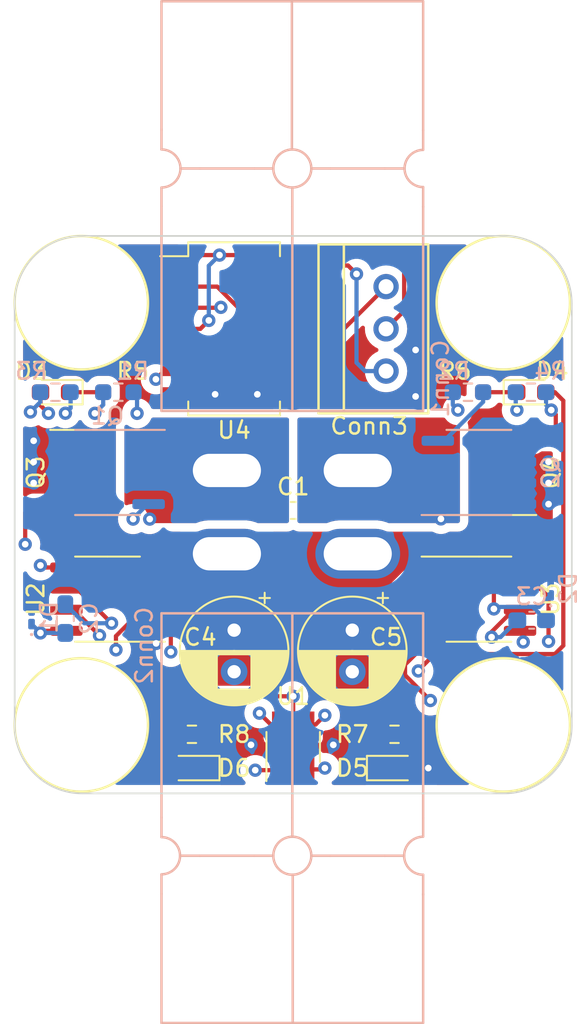
<source format=kicad_pcb>
(kicad_pcb (version 20211014) (generator pcbnew)
  (layers (0 "F.Cu" signal) (1 "In1.Cu" signal) (2 "In2.Cu" signal) (31 "B.Cu" signal) (34 "B.Paste" user) (35 "F.Paste" user) (36 "B.SilkS" user "B.Silkscreen") (37 "F.SilkS" user "F.Silkscreen") (38 "B.Mask" user) (39 "F.Mask" user) (44 "Edge.Cuts" user))
  (net 0 "")
  (net 1 "/M+")
  (net 2 "/M-")
  (net 3 "Net-(C2-Pad1)")
  (net 4 "Net-(C3-Pad1)")
  (net 5 "+12V")
  (net 6 "GND")
  (net 7 "+3V3")
  (net 8 "PWM")
  (net 9 "DIR")
  (net 10 "Net-(D3-Pad1)")
  (net 11 "/FWD")
  (net 12 "Net-(D4-Pad1)")
  (net 13 "/RVS")
  (net 14 "Net-(D5-Pad1)")
  (net 15 "Net-(D6-Pad1)")
  (net 16 "Net-(Q1-Pad4)")
  (net 17 "Net-(Q2-Pad4)")
  (net 18 "Net-(Q3-Pad4)")
  (net 19 "Net-(Q4-Pad4)")
  (net 20 "Net-(R1-Pad1)")
  (net 21 "Net-(R2-Pad2)")
  (net 22 "Net-(R3-Pad1)")
  (net 23 "Net-(R4-Pad2)")
  (net 24 "Net-(U1-Pad1)")
  (net 25 "Net-(U1-Pad3)")
  (net 26 "Net-(U4-Pad8)")
  (footprint "MRDT_Drill_Holes:4_40_Hole_Corner" (layer "F.Cu") (at 101.6 51.20526)
    (fp_text reference "V2" hide)
    (fp_text value "Via" hide)
    (pad "" np_thru_hole circle locked (at 4.00812 -4.00812) (size 2.9464 2.9464) (drill 2.9464) (layers *.Cu *.Mask) (clearance 2.5))
  )
  (footprint "Capacitor_SMD:C_0603_1608Metric_Pad1.08x0.95mm_HandSolder" (layer "F.Cu") (at 92.964 59.69)
    (fp_text reference "C1" (at 0 -1.43) (layer "F.SilkS"))
    (fp_text value "10uF")
    (pad "1" smd roundrect (at -0.8625 0) (size 1.075 0.95) (layers "F.Cu" "F.Paste" "F.Mask") (net 1 "/M+"))
    (pad "2" smd roundrect (at 0.8625 0) (size 1.075 0.95) (layers "F.Cu" "F.Paste" "F.Mask") (net 2 "/M-"))
  )
  (footprint "MRDT_Drill_Holes:4_40_Hole_Corner" (layer "F.Cu") (at 84.22018 68.58 180)
    (fp_text reference "V1" hide)
    (fp_text value "Via" hide)
    (pad "" np_thru_hole circle locked (at 4.00812 -4.00812 180) (size 2.9464 2.9464) (drill 2.9464) (layers *.Cu *.Mask) (clearance 2.5))
  )
  (footprint "MRDT_Connectors:MOLEX_SL_03_Vertical" (layer "F.Cu") (at 98.552 51.308 90)
    (fp_text reference "Conn3" (at -3.302 -1.016 180) (layer "F.SilkS"))
    (fp_text value "Molex_SL_03")
    (pad "1" thru_hole circle locked (at 0 0 90) (size 1.524 1.524) (drill 0.9) (layers *.Cu *.Mask) (net 7 "+3V3"))
    (pad "2" thru_hole circle locked (at 2.54 0 90) (size 1.524 1.524) (drill 0.9) (layers *.Cu *.Mask) (net 8 "PWM"))
    (pad "3" thru_hole circle locked (at 5.08 0 90) (size 1.524 1.524) (drill 0.9) (layers *.Cu *.Mask) (net 9 "DIR"))
  )
  (footprint "Package_SO:SOIC-8_3.9x4.9mm_P1.27mm" (layer "F.Cu") (at 104.14 65.024)
    (fp_text reference "U3" (at 4.318 0 90) (layer "F.SilkS"))
    (fp_text value "IRS2005S")
    (pad "1" smd roundrect (at -2.475 -1.905) (size 1.95 0.6) (layers "F.Cu" "F.Paste" "F.Mask") (net 5 "+12V"))
    (pad "2" smd roundrect (at -2.475 -0.635) (size 1.95 0.6) (layers "F.Cu" "F.Paste" "F.Mask") (net 13 "/RVS"))
    (pad "3" smd roundrect (at -2.475 0.635) (size 1.95 0.6) (layers "F.Cu" "F.Paste" "F.Mask") (net 25 "Net-(U1-Pad3)"))
    (pad "4" smd roundrect (at -2.475 1.905) (size 1.95 0.6) (layers "F.Cu" "F.Paste" "F.Mask") (net 6 "GND"))
    (pad "5" smd roundrect (at 2.475 1.905) (size 1.95 0.6) (layers "F.Cu" "F.Paste" "F.Mask") (net 23 "Net-(R4-Pad2)"))
    (pad "6" smd roundrect (at 2.475 0.635) (size 1.95 0.6) (layers "F.Cu" "F.Paste" "F.Mask") (net 2 "/M-"))
    (pad "7" smd roundrect (at 2.475 -0.635) (size 1.95 0.6) (layers "F.Cu" "F.Paste" "F.Mask") (net 21 "Net-(R2-Pad2)"))
    (pad "8" smd roundrect (at 2.475 -1.905) (size 1.95 0.6) (layers "F.Cu" "F.Paste" "F.Mask") (net 4 "Net-(C3-Pad1)"))
  )
  (footprint "Resistor_SMD:R_0603_1608Metric_Pad0.98x0.95mm_HandSolder" (layer "F.Cu") (at 86.868 73.152 180)
    (fp_text reference "R8" (at -2.54 0) (layer "F.SilkS"))
    (fp_text value "120")
    (pad "1" smd roundrect (at -0.9125 0 180) (size 0.975 0.95) (layers "F.Cu" "F.Paste" "F.Mask") (net 15 "Net-(D6-Pad1)"))
    (pad "2" smd roundrect (at 0.9125 0 180) (size 0.975 0.95) (layers "F.Cu" "F.Paste" "F.Mask") (net 6 "GND"))
  )
  (footprint "LED_SMD:LED_0603_1608Metric_Pad1.05x0.95mm_HandSolder" (layer "F.Cu") (at 86.868 75.184 180)
    (fp_text reference "D6" (at -2.54 0) (layer "F.SilkS"))
    (fp_text value "Green")
    (pad "1" smd roundrect (at -0.875 0 180) (size 1.05 0.95) (layers "F.Cu" "F.Paste" "F.Mask") (net 15 "Net-(D6-Pad1)"))
    (pad "2" smd roundrect (at 0.875 0 180) (size 1.05 0.95) (layers "F.Cu" "F.Paste" "F.Mask") (net 7 "+3V3"))
  )
  (footprint "Capacitor_THT:CP_Radial_D6.3mm_P2.50mm" (layer "F.Cu") (at 96.52 66.889621 -90)
    (fp_text reference "C5" (at 0.420379 -2.032 180) (layer "F.SilkS"))
    (fp_text value "220uF")
    (pad "1" thru_hole rect (at 0 0 270) (size 1.6 1.6) (drill 0.8) (layers *.Cu *.Mask) (net 5 "+12V"))
    (pad "2" thru_hole circle (at 2.5 0 270) (size 1.6 1.6) (drill 0.8) (layers *.Cu *.Mask) (net 6 "GND"))
  )
  (footprint "LED_SMD:LED_0603_1608Metric_Pad1.05x0.95mm_HandSolder" (layer "F.Cu") (at 107.2915 52.578)
    (fp_text reference "D4" (at 1.27 -1.27) (layer "F.SilkS"))
    (fp_text value "Orange")
    (pad "1" smd roundrect (at -0.875 0) (size 1.05 0.95) (layers "F.Cu" "F.Paste" "F.Mask") (net 12 "Net-(D4-Pad1)"))
    (pad "2" smd roundrect (at 0.875 0) (size 1.05 0.95) (layers "F.Cu" "F.Paste" "F.Mask") (net 13 "/RVS"))
  )
  (footprint "Package_SO:SOIC-8_3.9x4.9mm_P1.27mm" (layer "F.Cu") (at 104.14 57.404 180)
    (fp_text reference "Q4" (at -4.318 0 270) (layer "F.SilkS"))
    (fp_text value "SI4156DY")
    (pad "1" smd roundrect (at -2.475 -1.905 180) (size 1.95 0.6) (layers "F.Cu" "F.Paste" "F.Mask") (net 6 "GND"))
    (pad "2" smd roundrect (at -2.475 -0.635 180) (size 1.95 0.6) (layers "F.Cu" "F.Paste" "F.Mask") (net 6 "GND"))
    (pad "3" smd roundrect (at -2.475 0.635 180) (size 1.95 0.6) (layers "F.Cu" "F.Paste" "F.Mask") (net 6 "GND"))
    (pad "4" smd roundrect (at -2.475 1.905 180) (size 1.95 0.6) (layers "F.Cu" "F.Paste" "F.Mask") (net 19 "Net-(Q4-Pad4)"))
    (pad "5" smd roundrect (at 2.475 1.905 180) (size 1.95 0.6) (layers "F.Cu" "F.Paste" "F.Mask") (net 2 "/M-"))
    (pad "6" smd roundrect (at 2.475 0.635 180) (size 1.95 0.6) (layers "F.Cu" "F.Paste" "F.Mask") (net 2 "/M-"))
    (pad "7" smd roundrect (at 2.475 -0.635 180) (size 1.95 0.6) (layers "F.Cu" "F.Paste" "F.Mask") (net 2 "/M-"))
    (pad "8" smd roundrect (at 2.475 -1.905 180) (size 1.95 0.6) (layers "F.Cu" "F.Paste" "F.Mask") (net 2 "/M-"))
  )
  (footprint "Package_SO:SO-14_5.3x10.2mm_P1.27mm" (layer "F.Cu") (at 89.408 48.768)
    (fp_text reference "U4" (at 0 6.096) (layer "F.SilkS"))
    (fp_text value "74HC00")
    (pad "1" smd roundrect (at -3.4625 -3.81) (size 1.975 0.6) (layers "F.Cu" "F.Paste" "F.Mask") (net 8 "PWM"))
    (pad "2" smd roundrect (at -3.4625 -2.54) (size 1.975 0.6) (layers "F.Cu" "F.Paste" "F.Mask") (net 9 "DIR"))
    (pad "3" smd roundrect (at -3.4625 -1.27) (size 1.975 0.6) (layers "F.Cu" "F.Paste" "F.Mask") (net 25 "Net-(U1-Pad3)"))
    (pad "4" smd roundrect (at -3.4625 0) (size 1.975 0.6) (layers "F.Cu" "F.Paste" "F.Mask") (net 8 "PWM"))
    (pad "5" smd roundrect (at -3.4625 1.27) (size 1.975 0.6) (layers "F.Cu" "F.Paste" "F.Mask") (net 26 "Net-(U4-Pad8)"))
    (pad "6" smd roundrect (at -3.4625 2.54) (size 1.975 0.6) (layers "F.Cu" "F.Paste" "F.Mask") (net 24 "Net-(U1-Pad1)"))
    (pad "7" smd roundrect (at -3.4625 3.81) (size 1.975 0.6) (layers "F.Cu" "F.Paste" "F.Mask") (net 6 "GND"))
    (pad "8" smd roundrect (at 3.4625 3.81) (size 1.975 0.6) (layers "F.Cu" "F.Paste" "F.Mask") (net 26 "Net-(U4-Pad8)"))
    (pad "9" smd roundrect (at 3.4625 2.54) (size 1.975 0.6) (layers "F.Cu" "F.Paste" "F.Mask") (net 9 "DIR"))
    (pad "10" smd roundrect (at 3.4625 1.27) (size 1.975 0.6) (layers "F.Cu" "F.Paste" "F.Mask") (net 9 "DIR"))
    (pad "11" smd roundrect (at 3.4625 0) (size 1.975 0.6) (layers "F.Cu" "F.Paste" "F.Mask"))
    (pad "12" smd roundrect (at 3.4625 -1.27) (size 1.975 0.6) (layers "F.Cu" "F.Paste" "F.Mask"))
    (pad "13" smd roundrect (at 3.4625 -2.54) (size 1.975 0.6) (layers "F.Cu" "F.Paste" "F.Mask"))
    (pad "14" smd roundrect (at 3.4625 -3.81) (size 1.975 0.6) (layers "F.Cu" "F.Paste" "F.Mask") (net 7 "+3V3"))
  )
  (footprint "Resistor_SMD:R_0603_1608Metric_Pad0.98x0.95mm_HandSolder" (layer "F.Cu") (at 103.4815 52.578 180)
    (fp_text reference "R6" (at 0.762 1.27) (layer "F.SilkS"))
    (fp_text value "120")
    (pad "1" smd roundrect (at -0.9125 0 180) (size 0.975 0.95) (layers "F.Cu" "F.Paste" "F.Mask") (net 12 "Net-(D4-Pad1)"))
    (pad "2" smd roundrect (at 0.9125 0 180) (size 0.975 0.95) (layers "F.Cu" "F.Paste" "F.Mask") (net 6 "GND"))
  )
  (footprint "LED_SMD:LED_0603_1608Metric_Pad1.05x0.95mm_HandSolder" (layer "F.Cu") (at 78.63175 52.578 180)
    (fp_text reference "D3" (at 1.41575 1.27) (layer "F.SilkS"))
    (fp_text value "Orange")
    (pad "1" smd roundrect (at -0.875 0 180) (size 1.05 0.95) (layers "F.Cu" "F.Paste" "F.Mask") (net 10 "Net-(D3-Pad1)"))
    (pad "2" smd roundrect (at 0.875 0 180) (size 1.05 0.95) (layers "F.Cu" "F.Paste" "F.Mask") (net 11 "/FWD"))
  )
  (footprint "MRDT_Drill_Holes:4_40_Hole_Corner" (layer "F.Cu") (at 84.22018 51.20526 90)
    (fp_text reference "V4" hide)
    (fp_text value "Via" hide)
    (pad "" np_thru_hole circle locked (at 4.00812 -4.00812 90) (size 2.9464 2.9464) (drill 2.9464) (layers *.Cu *.Mask) (clearance 2.5))
  )
  (footprint "MRDT_Drill_Holes:4_40_Hole_Corner" (layer "F.Cu") (at 101.6 68.58 -90)
    (fp_text reference "V3" hide)
    (fp_text value "Via" hide)
    (pad "" np_thru_hole circle locked (at 4.00812 -4.00812 270) (size 2.9464 2.9464) (drill 2.9464) (layers *.Cu *.Mask) (clearance 2.5))
  )
  (footprint "Package_SO:SOIC-8_3.9x4.9mm_P1.27mm" (layer "F.Cu") (at 81.788 65.024 180)
    (fp_text reference "U2" (at 4.318 0 90) (layer "F.SilkS"))
    (fp_text value "IRS2005S")
    (pad "1" smd roundrect (at -2.475 -1.905 180) (size 1.95 0.6) (layers "F.Cu" "F.Paste" "F.Mask") (net 5 "+12V"))
    (pad "2" smd roundrect (at -2.475 -0.635 180) (size 1.95 0.6) (layers "F.Cu" "F.Paste" "F.Mask") (net 11 "/FWD"))
    (pad "3" smd roundrect (at -2.475 0.635 180) (size 1.95 0.6) (layers "F.Cu" "F.Paste" "F.Mask") (net 24 "Net-(U1-Pad1)"))
    (pad "4" smd roundrect (at -2.475 1.905 180) (size 1.95 0.6) (layers "F.Cu" "F.Paste" "F.Mask") (net 6 "GND"))
    (pad "5" smd roundrect (at 2.475 1.905 180) (size 1.95 0.6) (layers "F.Cu" "F.Paste" "F.Mask") (net 22 "Net-(R3-Pad1)"))
    (pad "6" smd roundrect (at 2.475 0.635 180) (size 1.95 0.6) (layers "F.Cu" "F.Paste" "F.Mask") (net 1 "/M+"))
    (pad "7" smd roundrect (at 2.475 -0.635 180) (size 1.95 0.6) (layers "F.Cu" "F.Paste" "F.Mask") (net 20 "Net-(R1-Pad1)"))
    (pad "8" smd roundrect (at 2.475 -1.905 180) (size 1.95 0.6) (layers "F.Cu" "F.Paste" "F.Mask") (net 3 "Net-(C2-Pad1)"))
  )
  (footprint "Resistor_SMD:R_0603_1608Metric_Pad0.98x0.95mm_HandSolder" (layer "F.Cu") (at 82.44175 52.578)
    (fp_text reference "R5" (at 0.87025 -1.27) (layer "F.SilkS"))
    (fp_text value "120")
    (pad "1" smd roundrect (at -0.9125 0) (size 0.975 0.95) (layers "F.Cu" "F.Paste" "F.Mask") (net 10 "Net-(D3-Pad1)"))
    (pad "2" smd roundrect (at 0.9125 0) (size 0.975 0.95) (layers "F.Cu" "F.Paste" "F.Mask") (net 6 "GND"))
  )
  (footprint "Resistor_SMD:R_0603_1608Metric_Pad0.98x0.95mm_HandSolder" (layer "F.Cu") (at 99.06 73.152)
    (fp_text reference "R7" (at -2.54 0) (layer "F.SilkS"))
    (fp_text value "1K")
    (pad "1" smd roundrect (at -0.9125 0) (size 0.975 0.95) (layers "F.Cu" "F.Paste" "F.Mask") (net 14 "Net-(D5-Pad1)"))
    (pad "2" smd roundrect (at 0.9125 0) (size 0.975 0.95) (layers "F.Cu" "F.Paste" "F.Mask") (net 6 "GND"))
  )
  (footprint "Package_SO:SOIC-8_3.9x4.9mm_P1.27mm" (layer "F.Cu") (at 81.788 57.404)
    (fp_text reference "Q3" (at -4.318 0 90) (layer "F.SilkS"))
    (fp_text value "SI4156DY")
    (pad "1" smd roundrect (at -2.475 -1.905) (size 1.95 0.6) (layers "F.Cu" "F.Paste" "F.Mask") (net 6 "GND"))
    (pad "2" smd roundrect (at -2.475 -0.635) (size 1.95 0.6) (layers "F.Cu" "F.Paste" "F.Mask") (net 6 "GND"))
    (pad "3" smd roundrect (at -2.475 0.635) (size 1.95 0.6) (layers "F.Cu" "F.Paste" "F.Mask") (net 6 "GND"))
    (pad "4" smd roundrect (at -2.475 1.905) (size 1.95 0.6) (layers "F.Cu" "F.Paste" "F.Mask") (net 18 "Net-(Q3-Pad4)"))
    (pad "5" smd roundrect (at 2.475 1.905) (size 1.95 0.6) (layers "F.Cu" "F.Paste" "F.Mask") (net 1 "/M+"))
    (pad "6" smd roundrect (at 2.475 0.635) (size 1.95 0.6) (layers "F.Cu" "F.Paste" "F.Mask") (net 1 "/M+"))
    (pad "7" smd roundrect (at 2.475 -0.635) (size 1.95 0.6) (layers "F.Cu" "F.Paste" "F.Mask") (net 1 "/M+"))
    (pad "8" smd roundrect (at 2.475 -1.905) (size 1.95 0.6) (layers "F.Cu" "F.Paste" "F.Mask") (net 1 "/M+"))
  )
  (footprint "Package_TO_SOT_SMD:SOT-23-6_Handsoldering" (layer "F.Cu") (at 92.964 73.914 90)
    (fp_text reference "U1" (at 3.048 0 180) (layer "F.SilkS"))
    (fp_text value "74LVC2G04")
    (pad "1" smd rect (at -1.35 -0.95 90) (size 1.56 0.65) (layers "F.Cu" "F.Paste" "F.Mask") (net 24 "Net-(U1-Pad1)"))
    (pad "2" smd rect (at -1.35 0 90) (size 1.56 0.65) (layers "F.Cu" "F.Paste" "F.Mask") (net 6 "GND"))
    (pad "3" smd rect (at -1.35 0.95 90) (size 1.56 0.65) (layers "F.Cu" "F.Paste" "F.Mask") (net 25 "Net-(U1-Pad3)"))
    (pad "4" smd rect (at 1.35 0.95 90) (size 1.56 0.65) (layers "F.Cu" "F.Paste" "F.Mask") (net 13 "/RVS"))
    (pad "5" smd rect (at 1.35 0 90) (size 1.56 0.65) (layers "F.Cu" "F.Paste" "F.Mask") (net 7 "+3V3"))
    (pad "6" smd rect (at 1.35 -0.95 90) (size 1.56 0.65) (layers "F.Cu" "F.Paste" "F.Mask") (net 11 "/FWD"))
  )
  (footprint "LED_SMD:LED_0603_1608Metric_Pad1.05x0.95mm_HandSolder" (layer "F.Cu") (at 99.06 75.184)
    (fp_text reference "D5" (at -2.54 0) (layer "F.SilkS"))
    (fp_text value "Green")
    (pad "1" smd roundrect (at -0.875 0) (size 1.05 0.95) (layers "F.Cu" "F.Paste" "F.Mask") (net 14 "Net-(D5-Pad1)"))
    (pad "2" smd roundrect (at 0.875 0) (size 1.05 0.95) (layers "F.Cu" "F.Paste" "F.Mask") (net 5 "+12V"))
  )
  (footprint "Capacitor_THT:CP_Radial_D6.3mm_P2.50mm" (layer "F.Cu") (at 89.408 66.889621 -90)
    (fp_text reference "C4" (at 0.420379 2.032 -180) (layer "F.SilkS"))
    (fp_text value "220uF")
    (pad "1" thru_hole rect (at 0 0 270) (size 1.6 1.6) (drill 0.8) (layers *.Cu *.Mask) (net 5 "+12V"))
    (pad "2" thru_hole circle (at 2.5 0 270) (size 1.6 1.6) (drill 0.8) (layers *.Cu *.Mask) (net 6 "GND"))
  )
  (footprint "Resistor_SMD:R_0603_1608Metric_Pad0.98x0.95mm_HandSolder" (layer "B.Cu") (at 107.269 52.578 180)
    (fp_text reference "R4" (at -1.189 1.27) (layer "B.SilkS") (effects (justify mirror)))
    (fp_text value "100")
    (pad "1" smd roundrect (at -0.9125 0 180) (size 0.975 0.95) (layers "B.Cu" "B.Paste" "B.Mask") (net 19 "Net-(Q4-Pad4)"))
    (pad "2" smd roundrect (at 0.9125 0 180) (size 0.975 0.95) (layers "B.Cu" "B.Paste" "B.Mask") (net 23 "Net-(R4-Pad2)"))
  )
  (footprint "Resistor_SMD:R_0603_1608Metric_Pad0.98x0.95mm_HandSolder" (layer "B.Cu") (at 78.65425 52.578 180)
    (fp_text reference "R3" (at 1.43825 1.27) (layer "B.SilkS") (effects (justify mirror)))
    (fp_text value "100")
    (pad "1" smd roundrect (at -0.9125 0 180) (size 0.975 0.95) (layers "B.Cu" "B.Paste" "B.Mask") (net 22 "Net-(R3-Pad1)"))
    (pad "2" smd roundrect (at 0.9125 0 180) (size 0.975 0.95) (layers "B.Cu" "B.Paste" "B.Mask") (net 18 "Net-(Q3-Pad4)"))
  )
  (footprint "Capacitor_SMD:C_0603_1608Metric_Pad1.08x0.95mm_HandSolder" (layer "B.Cu") (at 107.315 66.294 180)
    (fp_text reference "C3" (at 0 1.43) (layer "B.SilkS") (effects (justify mirror)))
    (fp_text value "1uF")
    (pad "1" smd roundrect (at -0.8625 0 180) (size 1.075 0.95) (layers "B.Cu" "B.Paste" "B.Mask") (net 4 "Net-(C3-Pad1)"))
    (pad "2" smd roundrect (at 0.8625 0 180) (size 1.075 0.95) (layers "B.Cu" "B.Paste" "B.Mask") (net 2 "/M-"))
  )
  (footprint "Capacitor_SMD:C_0603_1608Metric_Pad1.08x0.95mm_HandSolder" (layer "B.Cu") (at 79.248 66.1935 90)
    (fp_text reference "C2" (at 0 1.43 90) (layer "B.SilkS") (effects (justify mirror)))
    (fp_text value "1uF")
    (pad "1" smd roundrect (at -0.8625 0 90) (size 1.075 0.95) (layers "B.Cu" "B.Paste" "B.Mask") (net 3 "Net-(C2-Pad1)"))
    (pad "2" smd roundrect (at 0.8625 0 90) (size 1.075 0.95) (layers "B.Cu" "B.Paste" "B.Mask") (net 1 "/M+"))
  )
  (footprint "Resistor_SMD:R_0603_1608Metric_Pad0.98x0.95mm_HandSolder" (layer "B.Cu") (at 103.4815 52.578 180)
    (fp_text reference "R2" (at 0.8655 1.27) (layer "B.SilkS") (effects (justify mirror)))
    (fp_text value "100")
    (pad "1" smd roundrect (at -0.9125 0 180) (size 0.975 0.95) (layers "B.Cu" "B.Paste" "B.Mask") (net 17 "Net-(Q2-Pad4)"))
    (pad "2" smd roundrect (at 0.9125 0 180) (size 0.975 0.95) (layers "B.Cu" "B.Paste" "B.Mask") (net 21 "Net-(R2-Pad2)"))
  )
  (footprint "Package_SO:SOIC-8_3.9x4.9mm_P1.27mm" (layer "B.Cu") (at 81.788 57.404 180)
    (fp_text reference "Q1" (at 0 3.4) (layer "B.SilkS") (effects (justify mirror)))
    (fp_text value "SI4156DY")
    (pad "1" smd roundrect (at -2.475 1.905 180) (size 1.95 0.6) (layers "B.Cu" "B.Paste" "B.Mask") (net 1 "/M+"))
    (pad "2" smd roundrect (at -2.475 0.635 180) (size 1.95 0.6) (layers "B.Cu" "B.Paste" "B.Mask") (net 1 "/M+"))
    (pad "3" smd roundrect (at -2.475 -0.635 180) (size 1.95 0.6) (layers "B.Cu" "B.Paste" "B.Mask") (net 1 "/M+"))
    (pad "4" smd roundrect (at -2.475 -1.905 180) (size 1.95 0.6) (layers "B.Cu" "B.Paste" "B.Mask") (net 16 "Net-(Q1-Pad4)"))
    (pad "5" smd roundrect (at 2.475 -1.905 180) (size 1.95 0.6) (layers "B.Cu" "B.Paste" "B.Mask") (net 5 "+12V"))
    (pad "6" smd roundrect (at 2.475 -0.635 180) (size 1.95 0.6) (layers "B.Cu" "B.Paste" "B.Mask") (net 5 "+12V"))
    (pad "7" smd roundrect (at 2.475 0.635 180) (size 1.95 0.6) (layers "B.Cu" "B.Paste" "B.Mask") (net 5 "+12V"))
    (pad "8" smd roundrect (at 2.475 1.905 180) (size 1.95 0.6) (layers "B.Cu" "B.Paste" "B.Mask") (net 5 "+12V"))
  )
  (footprint "Resistor_SMD:R_0603_1608Metric_Pad0.98x0.95mm_HandSolder" (layer "B.Cu") (at 82.44175 52.578 180)
    (fp_text reference "R1" (at -0.87025 1.27) (layer "B.SilkS") (effects (justify mirror)))
    (fp_text value "100")
    (pad "1" smd roundrect (at -0.9125 0 180) (size 0.975 0.95) (layers "B.Cu" "B.Paste" "B.Mask") (net 20 "Net-(R1-Pad1)"))
    (pad "2" smd roundrect (at 0.9125 0 180) (size 0.975 0.95) (layers "B.Cu" "B.Paste" "B.Mask") (net 16 "Net-(Q1-Pad4)"))
  )
  (footprint "MRDT_Connectors:Square_Anderson_2_H_Side_By_Side" (layer "B.Cu") (at 97.39709 61.9202 90)
    (fp_text reference "Conn2" (at -5.9 -13.4 90) (layer "B.SilkS") (effects (justify mirror)))
    (fp_text value "AndersonPP")
    (pad "1" thru_hole oval locked (at -0.3746 -0.55 90) (size 3 5.1) (drill oval 2 4.1) (layers *.Cu *.Mask "B.Paste") (net 6 "GND"))
    (pad "2" thru_hole oval locked (at -0.3746 -8.424 90) (size 3 5.1) (drill oval 2 4.1) (layers *.Cu *.Mask "B.Paste") (net 5 "+12V"))
  )
  (footprint "Package_SO:SOIC-8_3.9x4.9mm_P1.27mm" (layer "B.Cu") (at 104.14 57.404)
    (fp_text reference "Q2" (at 4.318 0 90) (layer "B.SilkS") (effects (justify mirror)))
    (fp_text value "SI4156DY")
    (pad "1" smd roundrect (at -2.475 1.905) (size 1.95 0.6) (layers "B.Cu" "B.Paste" "B.Mask") (net 2 "/M-"))
    (pad "2" smd roundrect (at -2.475 0.635) (size 1.95 0.6) (layers "B.Cu" "B.Paste" "B.Mask") (net 2 "/M-"))
    (pad "3" smd roundrect (at -2.475 -0.635) (size 1.95 0.6) (layers "B.Cu" "B.Paste" "B.Mask") (net 2 "/M-"))
    (pad "4" smd roundrect (at -2.475 -1.905) (size 1.95 0.6) (layers "B.Cu" "B.Paste" "B.Mask") (net 17 "Net-(Q2-Pad4)"))
    (pad "5" smd roundrect (at 2.475 -1.905) (size 1.95 0.6) (layers "B.Cu" "B.Paste" "B.Mask") (net 5 "+12V"))
    (pad "6" smd roundrect (at 2.475 -0.635) (size 1.95 0.6) (layers "B.Cu" "B.Paste" "B.Mask") (net 5 "+12V"))
    (pad "7" smd roundrect (at 2.475 0.635) (size 1.95 0.6) (layers "B.Cu" "B.Paste" "B.Mask") (net 5 "+12V"))
    (pad "8" smd roundrect (at 2.475 1.905) (size 1.95 0.6) (layers "B.Cu" "B.Paste" "B.Mask") (net 5 "+12V"))
  )
  (footprint "Diode_SMD:D_0201_0603Metric_Pad0.64x0.40mm_HandSolder" (layer "B.Cu") (at 108.458 64.389 90)
    (fp_text reference "D2" (at 0 1.05 90) (layer "B.SilkS") (effects (justify mirror)))
    (fp_text value "SD0603S04")
    (pad "1" smd roundrect (at -0.4075 0 90) (size 0.635 0.4) (layers "B.Cu" "B.Mask") (net 4 "Net-(C3-Pad1)"))
    (pad "2" smd roundrect (at 0.4075 0 90) (size 0.635 0.4) (layers "B.Cu" "B.Mask") (net 5 "+12V"))
  )
  (footprint "Diode_SMD:D_0201_0603Metric_Pad0.64x0.40mm_HandSolder" (layer "B.Cu") (at 77.216 66.1155 90)
    (fp_text reference "D1" (at 0 1.05 90) (layer "B.SilkS") (effects (justify mirror)))
    (fp_text value "SD0603S04")
    (pad "1" smd roundrect (at -0.4075 0 90) (size 0.635 0.4) (layers "B.Cu" "B.Mask") (net 3 "Net-(C2-Pad1)"))
    (pad "2" smd roundrect (at 0.4075 0 90) (size 0.635 0.4) (layers "B.Cu" "B.Mask") (net 5 "+12V"))
  )
  (footprint "MRDT_Connectors:Square_Anderson_2_H_Side_By_Side" (layer "B.Cu") (at 88.42309 57.658 -90)
    (fp_text reference "Conn1" (at -5.9 -13.4 90) (layer "B.SilkS") (effects (justify mirror)))
    (fp_text value "AndersonPP")
    (pad "1" thru_hole oval locked (at -0.3746 -0.55 270) (size 3 5.1) (drill oval 2 4.1) (layers *.Cu *.Mask "B.Paste") (net 1 "/M+"))
    (pad "2" thru_hole oval locked (at -0.3746 -8.424 270) (size 3 5.1) (drill oval 2 4.1) (layers *.Cu *.Mask "B.Paste") (net 2 "/M-"))
  )
  (gr_arc (start 109.728 72.644) (mid 108.537682 75.517682) (end 105.664 76.708) (layer "Edge.Cuts") (width 0.1))
  (gr_arc (start 80.264 76.708) (mid 77.390318 75.517682) (end 76.2 72.644) (layer "Edge.Cuts") (width 0.1))
  (gr_line (start 80.264 43.18) (end 105.664 43.18) (layer "Edge.Cuts") (width 0.1))
  (gr_line (start 76.2 72.644) (end 76.2 47.244) (layer "Edge.Cuts") (width 0.1))
  (gr_line (start 105.664 76.708) (end 80.264 76.708) (layer "Edge.Cuts") (width 0.1))
  (gr_arc (start 76.2 47.244) (mid 77.390318 44.370318) (end 80.264 43.18) (layer "Edge.Cuts") (width 0.1))
  (gr_line (start 109.728 47.244) (end 109.728 72.644) (layer "Edge.Cuts") (width 0.1))
  (gr_arc (start 105.664 43.18) (mid 108.537682 44.370318) (end 109.728 47.244) (layer "Edge.Cuts") (width 0.1))
  (segment (start 84.328 60.2085) (end 84.328 59.374) (width 0.254) (layer "F.Cu") (net 1))
  (segment (start 79.313 64.389) (end 79.947573 64.389) (width 0.254) (layer "F.Cu") (net 1))
  (segment (start 79.947573 64.389) (end 82.032496 66.473923) (width 0.254) (layer "F.Cu") (net 1))
  (segment (start 84.328 59.374) (end 84.263 59.309) (width 0.254) (layer "F.Cu") (net 1))
  (via (at 82.032496 66.473923) (size 0.8) (drill 0.4) (layers "F.Cu" "B.Cu") (net 1))
  (via (at 84.328 60.2085) (size 0.8) (drill 0.4) (layers "F.Cu" "B.Cu") (net 1))
  (segment (start 79.248 65.331) (end 80.390923 66.473923) (width 0.254) (layer "B.Cu") (net 1))
  (segment (start 80.390923 66.473923) (end 82.032496 66.473923) (width 0.254) (layer "B.Cu") (net 1))
  (segment (start 79.248 65.331) (end 79.5405 65.331) (width 0.254) (layer "B.Cu") (net 1))
  (segment (start 101.665 59.309) (end 101.665 60.009) (width 0.254) (layer "F.Cu") (net 2))
  (segment (start 106.615 65.659) (end 105.857769 65.659) (width 0.254) (layer "F.Cu") (net 2))
  (segment (start 106.23542 65.659) (end 104.902 66.99242) (width 0.254) (layer "F.Cu") (net 2))
  (segment (start 101.665 60.009) (end 101.854 60.198) (width 0.254) (layer "F.Cu") (net 2))
  (segment (start 106.615 65.659) (end 106.23542 65.659) (width 0.254) (layer "F.Cu") (net 2))
  (segment (start 104.902 66.99242) (end 104.902 67.31) (width 0.254) (layer "F.Cu") (net 2))
  (via (at 104.902 67.31) (size 0.8) (drill 0.4) (layers "F.Cu" "B.Cu") (net 2))
  (via (at 101.854 60.198) (size 0.8) (drill 0.4) (layers "F.Cu" "B.Cu") (net 2))
  (segment (start 105.4365 67.31) (end 106.4525 66.294) (width 0.254) (layer "B.Cu") (net 2))
  (segment (start 104.902 67.31) (end 105.4365 67.31) (width 0.254) (layer "B.Cu") (net 2))
  (segment (start 77.876 66.929) (end 77.749 67.056) (width 0.254) (layer "F.Cu") (net 3))
  (segment (start 79.313 66.929) (end 77.876 66.929) (width 0.254) (layer "F.Cu") (net 3))
  (via (at 77.749 67.056) (size 0.8) (drill 0.4) (layers "F.Cu" "B.Cu") (net 3))
  (segment (start 79.248 67.056) (end 77.749 67.056) (width 0.254) (layer "B.Cu") (net 3))
  (segment (start 77.749 67.056) (end 77.216 66.523) (width 0.254) (layer "B.Cu") (net 3))
  (segment (start 106.615 63.119) (end 107.368 63.119) (width 0.254) (layer "F.Cu") (net 4))
  (segment (start 105.0405 64.31392) (end 105.0405 65.61142) (width 0.254) (layer "F.Cu") (net 4))
  (segment (start 106.23542 63.119) (end 105.0405 64.31392) (width 0.254) (layer "F.Cu") (net 4))
  (segment (start 106.615 63.119) (end 106.23542 63.119) (width 0.254) (layer "F.Cu") (net 4))
  (segment (start 106.615 63.119) (end 107.281099 63.119) (width 0.254) (layer "F.Cu") (net 4))
  (via (at 105.0405 65.61142) (size 0.8) (drill 0.4) (layers "F.Cu" "B.Cu") (net 4))
  (segment (start 105.15992 65.492) (end 107.3755 65.492) (width 0.254) (layer "B.Cu") (net 4))
  (segment (start 107.788324 66.294) (end 108.1775 66.294) (width 0.254) (layer "B.Cu") (net 4))
  (segment (start 107.7625 65.492) (end 108.458 64.7965) (width 0.254) (layer "B.Cu") (net 4))
  (segment (start 107.3755 65.492) (end 108.1775 66.294) (width 0.254) (layer "B.Cu") (net 4))
  (segment (start 107.3755 65.492) (end 107.7625 65.492) (width 0.254) (layer "B.Cu") (net 4))
  (segment (start 105.0405 65.61142) (end 105.15992 65.492) (width 0.254) (layer "B.Cu") (net 4))
  (segment (start 84.263 67.233572) (end 84.714714 67.685286) (width 0.254) (layer "F.Cu") (net 5))
  (segment (start 99.935 75.184) (end 101.092 75.184) (width 0.254) (layer "F.Cu") (net 5))
  (segment (start 101.665 63.119) (end 100.711 63.119) (width 0.254) (layer "F.Cu") (net 5))
  (segment (start 96.940379 66.889621) (end 96.52 66.889621) (width 0.254) (layer "F.Cu") (net 5))
  (segment (start 100.711 63.119) (end 96.940379 66.889621) (width 0.254) (layer "F.Cu") (net 5))
  (segment (start 84.263 66.929) (end 84.263 67.233572) (width 0.254) (layer "F.Cu") (net 5))
  (via (at 101.092 75.184) (size 0.8) (drill 0.4) (layers "F.Cu" "B.Cu") (net 5))
  (via (at 84.714714 67.685286) (size 0.8) (drill 0.4) (layers "F.Cu" "B.Cu") (net 5))
  (segment (start 92.964 75.264) (end 92.964 74.23) (width 0.254) (layer "F.Cu") (net 6))
  (segment (start 92.964 74.23) (end 92.521 73.787) (width 0.254) (layer "F.Cu") (net 6))
  (segment (start 92.964 74.23) (end 93.407 73.787) (width 0.254) (layer "F.Cu") (net 6))
  (segment (start 92.521 73.787) (end 90.424 73.787) (width 0.254) (layer "F.Cu") (net 6))
  (segment (start 93.407 73.787) (end 95.377 73.787) (width 0.254) (layer "F.Cu") (net 6))
  (via (at 95.377 73.787) (size 0.8) (drill 0.4) (layers "F.Cu" "B.Cu") (net 6))
  (via (at 108.331 58.039) (size 0.8) (drill 0.4) (layers "F.Cu" "B.Cu") (net 6))
  (via (at 77.343 56.769) (size 0.8) (drill 0.4) (layers "F.Cu" "B.Cu") (net 6))
  (via (at 90.805 52.705) (size 0.8) (drill 0.4) (layers "F.Cu" "B.Cu") (net 6))
  (via (at 100.33 52.832) (size 0.8) (drill 0.4) (layers "F.Cu" "B.Cu") (net 6))
  (via (at 108.331 56.769) (size 0.8) (drill 0.4) (layers "F.Cu" "B.Cu") (net 6))
  (via (at 108.331 59.309) (size 0.8) (drill 0.4) (layers "F.Cu" "B.Cu") (net 6))
  (via (at 77.343 55.499) (size 0.8) (drill 0.4) (layers "F.Cu" "B.Cu") (net 6))
  (via (at 88.265 52.705) (size 0.8) (drill 0.4) (layers "F.Cu" "B.Cu") (net 6))
  (via (at 77.343 58.039) (size 0.8) (drill 0.4) (layers "F.Cu" "B.Cu") (net 6))
  (via (at 90.424 73.787) (size 0.8) (drill 0.4) (layers "F.Cu" "B.Cu") (net 6))
  (via (at 100.33 50.038) (size 0.8) (drill 0.4) (layers "F.Cu" "B.Cu") (net 6))
  (segment (start 85.725 70.866) (end 92.964 70.866) (width 0.254) (layer "F.Cu") (net 7))
  (segment (start 84.836 71.755) (end 85.725 70.866) (width 0.254) (layer "F.Cu") (net 7))
  (segment (start 96.266 44.958) (end 96.774 45.466) (width 0.254) (layer "F.Cu") (net 7))
  (segment (start 85.993 75.184) (end 84.85 74.041) (width 0.254) (layer "F.Cu") (net 7))
  (segment (start 84.836 74.041) (end 84.836 71.755) (width 0.254) (layer "F.Cu") (net 7))
  (segment (start 84.85 74.041) (end 84.836 74.041) (width 0.254) (layer "F.Cu") (net 7))
  (segment (start 92.8705 44.958) (end 96.266 44.958) (width 0.254) (layer "F.Cu") (net 7))
  (segment (start 92.964 72.564) (end 92.964 70.866) (width 0.254) (layer "F.Cu") (net 7))
  (via (at 92.964 70.866) (size 0.8) (drill 0.4) (layers "F.Cu" "B.Cu") (net 7))
  (via (at 96.774 45.466) (size 0.8) (drill 0.4) (layers "F.Cu" "B.Cu") (net 7))
  (segment (start 96.774 50.8) (end 97.282 51.308) (width 0.254) (layer "B.Cu") (net 7))
  (segment (start 97.282 51.308) (end 98.552 51.308) (width 0.254) (layer "B.Cu") (net 7))
  (segment (start 96.774 45.466) (end 96.774 50.8) (width 0.254) (layer "B.Cu") (net 7))
  (segment (start 88.527 44.331) (end 99.195 44.331) (width 0.254) (layer "F.Cu") (net 8))
  (segment (start 86.5725 44.331) (end 88.527 44.331) (width 0.254) (layer "F.Cu") (net 8))
  (segment (start 85.9455 44.958) (end 86.5725 44.331) (width 0.254) (layer "F.Cu") (net 8))
  (segment (start 99.195 44.331) (end 99.641 44.777) (width 0.254) (layer "F.Cu") (net 8))
  (segment (start 99.641 44.777) (end 99.641 47.679) (width 0.254) (layer "F.Cu") (net 8))
  (segment (start 85.9455 48.768) (end 87.376 48.768) (width 0.254) (layer "F.Cu") (net 8))
  (segment (start 87.376 48.768) (end 87.884 48.26) (width 0.254) (layer "F.Cu") (net 8))
  (segment (start 99.641 47.679) (end 98.552 48.768) (width 0.254) (layer "F.Cu") (net 8))
  (via (at 88.527 44.331) (size 0.8) (drill 0.4) (layers "F.Cu" "B.Cu") (net 8))
  (via (at 87.884 48.26) (size 0.8) (drill 0.4) (layers "F.Cu" "B.Cu") (net 8))
  (segment (start 87.884 44.974) (end 88.527 44.331) (width 0.254) (layer "B.Cu") (net 8))
  (segment (start 87.884 48.26) (end 87.884 44.974) (width 0.254) (layer "B.Cu") (net 8))
  (segment (start 92.8705 50.038) (end 92.8705 51.308) (width 0.254) (layer "F.Cu") (net 9))
  (segment (start 88.392 46.228) (end 92.202 50.038) (width 0.254) (layer "F.Cu") (net 9))
  (segment (start 85.9455 46.228) (end 88.392 46.228) (width 0.254) (layer "F.Cu") (net 9))
  (segment (start 92.8705 50.038) (end 94.742 50.038) (width 0.254) (layer "F.Cu") (net 9))
  (segment (start 92.202 50.038) (end 92.8705 50.038) (width 0.254) (layer "F.Cu") (net 9))
  (segment (start 94.742 50.038) (end 98.552 46.228) (width 0.254) (layer "F.Cu") (net 9))
  (segment (start 81.52925 52.578) (end 79.50675 52.578) (width 0.254) (layer "F.Cu") (net 10))
  (segment (start 92.014 72.564) (end 91.614 72.564) (width 0.254) (layer "F.Cu") (net 11))
  (segment (start 77.75675 52.578) (end 77.75675 53.37275) (width 0.254) (layer "F.Cu") (net 11))
  (segment (start 84.263 65.659) (end 83.88342 65.659) (width 0.254) (layer "F.Cu") (net 11))
  (segment (start 77.75675 53.37275) (end 78.232 53.848) (width 0.254) (layer "F.Cu") (net 11))
  (segment (start 82.296 67.24642) (end 82.296 68.072) (width 0.254) (layer "F.Cu") (net 11))
  (segment (start 91.614 72.564) (end 90.932 71.882) (width 0.254) (layer "F.Cu") (net 11))
  (segment (start 83.88342 65.659) (end 82.296 67.24642) (width 0.254) (layer "F.Cu") (net 11))
  (via (at 90.932 71.882) (size 0.8) (drill 0.4) (layers "F.Cu" "B.Cu") (net 11))
  (via (at 82.296 68.072) (size 0.8) (drill 0.4) (layers "F.Cu" "B.Cu") (net 11))
  (via (at 78.232 53.848) (size 0.8) (drill 0.4) (layers "F.Cu" "B.Cu") (net 11))
  (segment (start 106.4165 52.578) (end 104.394 52.578) (width 0.254) (layer "F.Cu") (net 12))
  (segment (start 102.87 68.326) (end 108.712 68.326) (width 0.254) (layer "F.Cu") (net 13))
  (segment (start 108.712 52.578) (end 108.1665 52.578) (width 0.254) (layer "F.Cu") (net 13))
  (segment (start 103.632 67.564) (end 103.632 65.278) (width 0.254) (layer "F.Cu") (net 13))
  (segment (start 93.98 72.498) (end 93.914 72.564) (width 0.254) (layer "F.Cu") (net 13))
  (segment (start 102.87 68.326) (end 103.632 67.564) (width 0.254) (layer "F.Cu") (net 13))
  (segment (start 93.914 72.564) (end 94.314 72.564) (width 0.254) (layer "F.Cu") (net 13))
  (segment (start 109.22 67.818) (end 109.22 53.086) (width 0.254) (layer "F.Cu") (net 13))
  (segment (start 108.712 68.326) (end 109.22 67.818) (width 0.254) (layer "F.Cu") (net 13))
  (segment (start 101.473 68.326) (end 102.87 68.326) (width 0.254) (layer "F.Cu") (net 13))
  (segment (start 103.632 65.278) (end 102.743 64.389) (width 0.254) (layer "F.Cu") (net 13))
  (segment (start 94.314 72.564) (end 94.869 72.009) (width 0.254) (layer "F.Cu") (net 13))
  (segment (start 102.743 64.389) (end 101.665 64.389) (width 0.254) (layer "F.Cu") (net 13))
  (segment (start 109.22 53.086) (end 108.712 52.578) (width 0.254) (layer "F.Cu") (net 13))
  (segment (start 101.473 68.326) (end 100.4925 69.3065) (width 0.254) (layer "F.Cu") (net 13))
  (segment (start 100.4925 69.3065) (end 100.4925 69.342) (width 0.254) (layer "F.Cu") (net 13))
  (via (at 100.4925 69.342) (size 0.8) (drill 0.4) (layers "F.Cu" "B.Cu") (net 13))
  (via (at 94.869 72.009) (size 0.8) (drill 0.4) (layers "F.Cu" "B.Cu") (net 13))
  (segment (start 98.1475 73.152) (end 98.1475 75.1465) (width 0.254) (layer "F.Cu") (net 14))
  (segment (start 98.1475 75.1465) (end 98.185 75.184) (width 0.254) (layer "F.Cu") (net 14))
  (segment (start 87.7805 73.152) (end 87.7805 75.1465) (width 0.254) (layer "F.Cu") (net 15))
  (segment (start 87.7805 75.1465) (end 87.743 75.184) (width 0.254) (layer "F.Cu") (net 15))
  (via (at 83.328497 60.2085) (size 0.8) (drill 0.4) (layers "F.Cu" "B.Cu") (net 16))
  (via (at 81.026 53.848) (size 0.8) (drill 0.4) (layers "F.Cu" "B.Cu") (net 16))
  (segment (start 81.52925 53.33525) (end 81.026 53.8385) (width 0.254) (layer "B.Cu") (net 16))
  (segment (start 81.52925 52.578) (end 81.52925 53.33525) (width 0.254) (layer "B.Cu") (net 16))
  (segment (start 81.026 53.8385) (end 81.026 53.848) (width 0.254) (layer "B.Cu") (net 16))
  (segment (start 84.263 59.309) (end 84.199366 59.309) (width 0.254) (layer "B.Cu") (net 16))
  (segment (start 84.199366 59.309) (end 83.328497 60.179869) (width 0.254) (layer "B.Cu") (net 16))
  (segment (start 83.328497 60.179869) (end 83.328497 60.2085) (width 0.254) (layer "B.Cu") (net 16))
  (segment (start 102.053559 55.499) (end 101.665 55.499) (width 0.254) (layer "B.Cu") (net 17))
  (segment (start 104.394 53.158559) (end 102.053559 55.499) (width 0.254) (layer "B.Cu") (net 17))
  (segment (start 104.394 52.578) (end 104.394 53.158559) (width 0.254) (layer "B.Cu") (net 17))
  (segment (start 79.313 59.309) (end 77.343 59.309) (width 0.254) (layer "F.Cu") (net 18))
  (segment (start 76.835 59.817) (end 76.835 61.722) (width 0.254) (layer "F.Cu") (net 18))
  (segment (start 77.343 59.309) (end 76.835 59.817) (width 0.254) (layer "F.Cu") (net 18))
  (via (at 77.147438 53.768405) (size 0.8) (drill 0.4) (layers "F.Cu" "B.Cu") (net 18))
  (via (at 76.835 61.722) (size 0.8) (drill 0.4) (layers "F.Cu" "B.Cu") (net 18))
  (segment (start 77.74175 52.578) (end 77.74175 53.174093) (width 0.254) (layer "B.Cu") (net 18))
  (segment (start 77.74175 53.174093) (end 77.147438 53.768405) (width 0.254) (layer "B.Cu") (net 18))
  (segment (start 108.766 55.191) (end 108.458 55.499) (width 0.254) (layer "F.Cu") (net 19))
  (segment (start 108.4935 53.651568) (end 108.766 53.924068) (width 0.254) (layer "F.Cu") (net 19))
  (segment (start 108.766 55.172) (end 108.766 55.191) (width 0.254) (layer "F.Cu") (net 19))
  (segment (start 108.458 55.499) (end 106.615 55.499) (width 0.254) (layer "F.Cu") (net 19))
  (segment (start 108.766 53.924068) (end 108.766 55.172) (width 0.254) (layer "F.Cu") (net 19))
  (via (at 108.4935 53.651568) (size 0.8) (drill 0.4) (layers "F.Cu" "B.Cu") (net 19))
  (segment (start 108.1815 52.578) (end 108.1815 53.339568) (width 0.254) (layer "B.Cu") (net 19))
  (segment (start 108.1815 53.339568) (end 108.4935 53.651568) (width 0.254) (layer "B.Cu") (net 19))
  (segment (start 79.756 65.659) (end 81.305996 67.208996) (width 0.254) (layer "F.Cu") (net 20))
  (segment (start 79.313 65.659) (end 79.756 65.659) (width 0.254) (layer "F.Cu") (net 20))
  (via (at 83.566 53.848) (size 0.8) (drill 0.4) (layers "F.Cu" "B.Cu") (net 20))
  (via (at 81.305996 67.208996) (size 0.8) (drill 0.4) (layers "F.Cu" "B.Cu") (net 20))
  (segment (start 83.566 52.78975) (end 83.35425 52.578) (width 0.254) (layer "B.Cu") (net 20))
  (segment (start 83.566 53.848) (end 83.566 52.78975) (width 0.254) (layer "B.Cu") (net 20))
  (segment (start 108.331 64.897) (end 108.331 67.564) (width 0.254) (layer "F.Cu") (net 21))
  (segment (start 106.615 64.389) (end 107.823 64.389) (width 0.254) (layer "F.Cu") (net 21))
  (segment (start 107.823 64.389) (end 108.331 64.897) (width 0.254) (layer "F.Cu") (net 21))
  (via (at 108.331 67.564) (size 0.8) (drill 0.4) (layers "F.Cu" "B.Cu") (net 21))
  (via (at 102.873715 53.65071) (size 0.8) (drill 0.4) (layers "F.Cu" "B.Cu") (net 21))
  (segment (start 102.569 52.578) (end 102.569 53.345995) (width 0.254) (layer "B.Cu") (net 21))
  (segment (start 102.569 53.345995) (end 102.873715 53.65071) (width 0.254) (layer "B.Cu") (net 21))
  (segment (start 79.313 63.119) (end 77.873286 63.119) (width 0.254) (layer "F.Cu") (net 22))
  (segment (start 77.873286 63.119) (end 77.7485 62.994214) (width 0.254) (layer "F.Cu") (net 22))
  (via (at 79.253714 53.842286) (size 0.8) (drill 0.4) (layers "F.Cu" "B.Cu") (net 22))
  (via (at 77.7485 62.994214) (size 0.8) (drill 0.4) (layers "F.Cu" "B.Cu") (net 22))
  (segment (start 79.56675 52.578) (end 79.56675 53.52925) (width 0.254) (layer "B.Cu") (net 22))
  (segment (start 79.56675 53.52925) (end 79.253714 53.842286) (width 0.254) (layer "B.Cu") (net 22))
  (segment (start 106.807 67.5995) (end 106.807 67.121) (width 0.254) (layer "F.Cu") (net 23))
  (segment (start 106.807 67.121) (end 106.615 66.929) (width 0.254) (layer "F.Cu") (net 23))
  (via (at 106.807 67.5995) (size 0.8) (drill 0.4) (layers "F.Cu" "B.Cu") (net 23))
  (via (at 106.426 53.6525) (size 0.8) (drill 0.4) (layers "F.Cu" "B.Cu") (net 23))
  (segment (start 106.3565 53.583) (end 106.426 53.6525) (width 0.254) (layer "B.Cu") (net 23))
  (segment (start 106.3565 52.578) (end 106.3565 53.176898) (width 0.254) (layer "B.Cu") (net 23))
  (segment (start 106.3565 53.176898) (end 106.3565 53.583) (width 0.254) (layer "B.Cu") (net 23))
  (segment (start 85.9455 51.308) (end 85.190815 51.308) (width 0.254) (layer "F.Cu") (net 24))
  (segment (start 91.967 75.311) (end 92.014 75.264) (width 0.254) (layer "F.Cu") (net 24))
  (segment (start 90.678 75.311) (end 91.967 75.311) (width 0.254) (layer "F.Cu") (net 24))
  (segment (start 85.598 65.34442) (end 85.598 68.199) (width 0.254) (layer "F.Cu") (net 24))
  (segment (start 85.190815 51.308) (end 84.698666 51.800149) (width 0.254) (layer "F.Cu") (net 24))
  (segment (start 84.263 64.389) (end 84.64258 64.389) (width 0.254) (layer "F.Cu") (net 24))
  (segment (start 84.64258 64.389) (end 85.598 65.34442) (width 0.254) (layer "F.Cu") (net 24))
  (via (at 84.698666 51.800149) (size 0.8) (drill 0.4) (layers "F.Cu" "B.Cu") (net 24))
  (via (at 85.598 68.199) (size 0.8) (drill 0.4) (layers "F.Cu" "B.Cu") (net 24))
  (via (at 90.678 75.311) (size 0.8) (drill 0.4) (layers "F.Cu" "B.Cu") (net 24))
  (segment (start 103.124 66.294) (end 103.124 67.31) (width 0.254) (layer "F.Cu") (net 25))
  (segment (start 85.9455 47.498) (end 88.392 47.498) (width 0.254) (layer "F.Cu") (net 25))
  (segment (start 94.789 75.264) (end 94.869 75.184) (width 0.254) (layer "F.Cu") (net 25))
  (segment (start 103.124 67.31) (end 102.562 67.872) (width 0.254) (layer "F.Cu") (net 25))
  (segment (start 88.392 47.498) (end 88.586427 47.498) (width 0.254) (layer "F.Cu") (net 25))
  (segment (start 99.695 68.961) (end 99.695 69.596) (width 0.254) (layer "F.Cu") (net 25))
  (segment (start 93.914 75.264) (end 94.789 75.264) (width 0.254) (layer "F.Cu") (net 25))
  (segment (start 94.088 75.438) (end 93.914 75.264) (width 0.254) (layer "F.Cu") (net 25))
  (segment (start 88.586427 47.498) (end 88.6105 47.473927) (width 0.254) (layer "F.Cu") (net 25))
  (segment (start 101.665 65.659) (end 102.489 65.659) (width 0.254) (layer "F.Cu") (net 25))
  (segment (start 99.695 69.596) (end 99.718366 69.596) (width 0.254) (layer "F.Cu") (net 25))
  (segment (start 100.784 67.872) (end 102.562 67.872) (width 0.254) (layer "F.Cu") (net 25))
  (segment (start 99.718366 69.596) (end 99.718366 69.619366) (width 0.254) (layer "F.Cu") (net 25))
  (segment (start 102.489 65.659) (end 103.124 66.294) (width 0.254) (layer "F.Cu") (net 25))
  (segment (start 99.695 68.961) (end 100.784 67.872) (width 0.254) (layer "F.Cu") (net 25))
  (segment (start 99.718366 69.619366) (end 101.219 71.12) (width 0.254) (layer "F.Cu") (net 25))
  (via (at 88.6105 47.473927) (size 0.8) (drill 0.4) (layers "F.Cu" "B.Cu") (net 25))
  (via (at 101.219 71.12) (size 0.8) (drill 0.4) (layers "F.Cu" "B.Cu") (net 25))
  (via (at 94.869 75.184) (size 0.8) (drill 0.4) (layers "F.Cu" "B.Cu") (net 25))
  (segment (start 89.662 50.038) (end 85.9455 50.038) (width 0.254) (layer "F.Cu") (net 26))
  (segment (start 92.202 52.578) (end 89.662 50.038) (width 0.254) (layer "F.Cu") (net 26))
  (segment (start 92.8705 52.578) (end 92.202 52.578) (width 0.254) (layer "F.Cu") (net 26))
  (zone (net 6) (net_name "GND") (layers "F.Cu" "In1.Cu" "In2.Cu" "B.Cu") (connect_pads yes (clearance 0.508)) (min_thickness 0.254) (fill yes (thermal_gap 0.508) (thermal_bridge_width 0.508))
    (polygon (pts (xy 109.728 76.708) (xy 76.2 76.708) (xy 76.2 43.18) (xy 109.728 43.18)))
  )
  (zone (net 1) (net_name "/M+") (layer "F.Cu") (priority 2) (connect_pads yes (clearance 0.508)) (min_thickness 0.254) (fill yes (thermal_gap 0.508) (thermal_bridge_width 0.508))
    (polygon (pts (xy 92.71 60.452) (xy 82.804 60.452) (xy 82.804 54.102) (xy 92.71 54.102)))
  )
  (zone (net 2) (net_name "/M-") (layer "F.Cu") (priority 2) (connect_pads yes (clearance 0.508)) (min_thickness 0.254) (fill yes (thermal_gap 0.508) (thermal_bridge_width 0.508))
    (polygon (pts (xy 102.997 60.452) (xy 93.218 60.452) (xy 93.218 54.102) (xy 102.997 54.102)))
  )
  (zone (net 1) (net_name "/M+") (layer "B.Cu") (priority 2) (connect_pads yes (clearance 0.508)) (min_thickness 0.254) (fill yes (thermal_gap 0.508) (thermal_bridge_width 0.508))
    (polygon (pts (xy 92.71 60.452) (xy 85.598 60.452) (xy 85.598 58.674) (xy 82.804 58.674) (xy 82.804 54.102) (xy 92.71 54.102)))
  )
  (zone (net 2) (net_name "/M-") (layer "B.Cu") (priority 2) (connect_pads yes (clearance 0.508)) (min_thickness 0.254) (fill yes (thermal_gap 0.508) (thermal_bridge_width 0.508))
    (polygon (pts (xy 102.997 56.134) (xy 102.997 60.452) (xy 93.218 60.452) (xy 93.218 54.102) (xy 100.33 54.102) (xy 100.33 56.134)))
  )
  (zone (net 5) (net_name "+12V") (layer "B.Cu") (priority 1) (connect_pads yes (clearance 0.508)) (min_thickness 0.254) (fill yes (thermal_gap 0.508) (thermal_bridge_width 0.508))
    (polygon (pts (xy 109.728 76.708) (xy 76.2 76.708) (xy 76.2 54.102) (xy 109.728 54.102)))
  )
)
</source>
